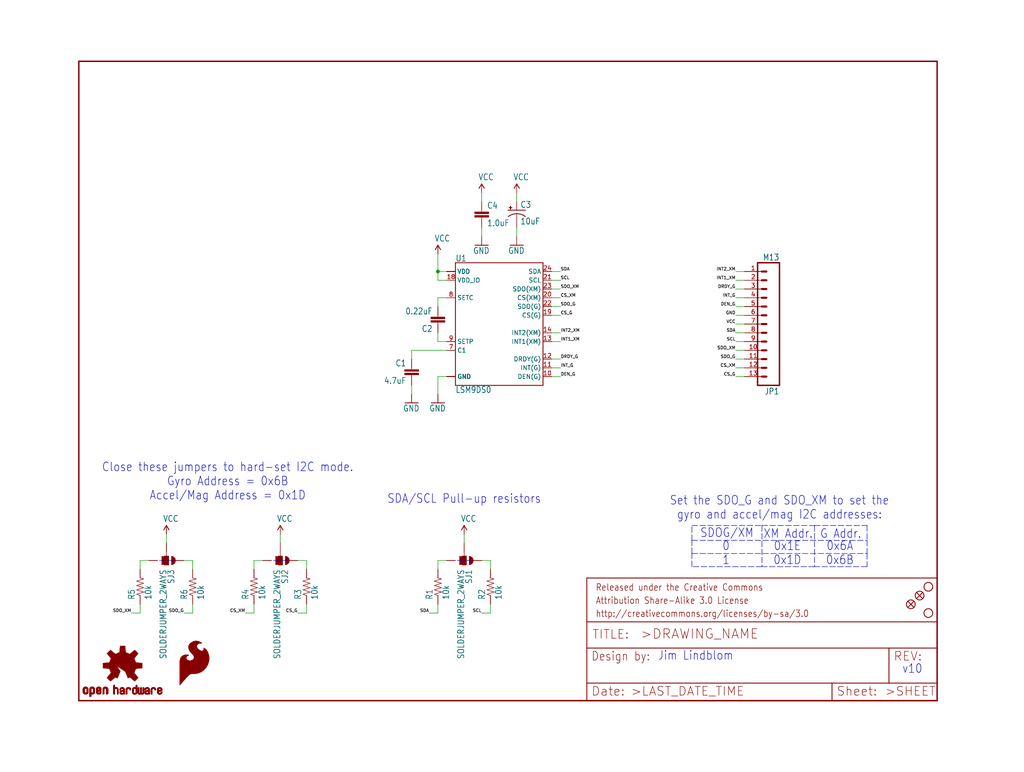
<source format=kicad_sch>
(kicad_sch (version 20211123) (generator eeschema)
  (paper "User" 297.002 223.926)
  (lib_symbols
    (symbol "eagleSchem-eagle-import:0.22UF-25V-10%(0603)"
      (property "Reference" "C" (at 1.524 2.921 0))
      (property "Value" "0.22UF-25V-10%(0603)" (at 1.524 -2.159 0))
      (symbol "0.22UF-25V-10%(0603)_1_0"
        (pin passive line (at 0 5.08 270) (length 2.54) (name "1") (number "1"))
        (pin passive line (at 0 -2.54 90) (length 2.54) (name "2") (number "2"))
      )
    )
    (symbol "eagleSchem-eagle-import:1.0UF-16V-10%(0603)"
      (property "Reference" "C" (at 1.524 2.921 0))
      (property "Value" "1.0UF-16V-10%(0603)" (at 1.524 -2.159 0))
      (symbol "1.0UF-16V-10%(0603)_1_0"
        (pin passive line (at 0 5.08 270) (length 2.54) (name "1") (number "1"))
        (pin passive line (at 0 -2.54 90) (length 2.54) (name "2") (number "2"))
      )
    )
    (symbol "eagleSchem-eagle-import:10K-1%RES-00824"
      (property "Reference" "R" (at -3.81 1.4986 0))
      (property "Value" "10K-1%RES-00824" (at -3.81 -3.302 0))
      (symbol "10K-1%RES-00824_1_0"
        (pin passive line (at -5.08 0 0) (length 2.54) (name "1") (number "1"))
        (pin passive line (at 5.08 0 180) (length 2.54) (name "2") (number "2"))
      )
    )
    (symbol "eagleSchem-eagle-import:10UF-16V-10%(TANT)"
      (property "Reference" "C" (at 1.016 0.635 0))
      (property "Value" "10UF-16V-10%(TANT)" (at 1.016 -4.191 0))
      (symbol "10UF-16V-10%(TANT)_1_0"
        (pin passive line (at 0 2.54 270) (length 2.54) (name "+") (number "A"))
        (pin passive line (at 0 -5.08 90) (length 2.54) (name "-") (number "C"))
      )
    )
    (symbol "eagleSchem-eagle-import:4.7UF-6.3V-10%(0603)0603"
      (property "Reference" "C" (at 1.524 2.921 0))
      (property "Value" "4.7UF-6.3V-10%(0603)0603" (at 1.524 -2.159 0))
      (symbol "4.7UF-6.3V-10%(0603)0603_1_0"
        (pin passive line (at 0 5.08 270) (length 2.54) (name "1") (number "1"))
        (pin passive line (at 0 -2.54 90) (length 2.54) (name "2") (number "2"))
      )
    )
    (symbol "eagleSchem-eagle-import:FIDUCIALUFIDUCIAL")
    (symbol "eagleSchem-eagle-import:FRAME-LETTER"
      (symbol "FRAME-LETTER_2_0"
        (text ">DRAWING_NAME" (at 15.494 17.78 0) (effects (font (size 2.7432 2.7432)) (justify left bottom)))
        (text ">LAST_DATE_TIME" (at 12.7 1.27 0) (effects (font (size 2.54 2.54)) (justify left bottom)))
        (text ">SHEET" (at 86.36 1.27 0) (effects (font (size 2.54 2.54)) (justify left bottom)))
        (text "Attribution Share-Alike 3.0 License" (at 2.54 27.94 0) (effects (font (size 1.9304 1.6408)) (justify left bottom)))
        (text "Date:" (at 1.27 1.27 0) (effects (font (size 2.54 2.54)) (justify left bottom)))
        (text "Design by:" (at 1.27 11.43 0) (effects (font (size 2.54 2.159)) (justify left bottom)))
        (text "http://creativecommons.org/licenses/by-sa/3.0" (at 2.54 24.13 0) (effects (font (size 1.9304 1.6408)) (justify left bottom)))
        (text "Released under the Creative Commons" (at 2.54 31.75 0) (effects (font (size 1.9304 1.6408)) (justify left bottom)))
        (text "REV:" (at 88.9 11.43 0) (effects (font (size 2.54 2.54)) (justify left bottom)))
        (text "Sheet:" (at 72.39 1.27 0) (effects (font (size 2.54 2.54)) (justify left bottom)))
        (text "TITLE:" (at 1.524 17.78 0) (effects (font (size 2.54 2.54)) (justify left bottom)))
      )
    )
    (symbol "eagleSchem-eagle-import:GND" (power)
      (property "Value" "GND" (at -2.54 -2.54 0))
      (symbol "GND_1_0"
        (pin power_in line (at 0 2.54 270) (length 2.54) (name "GND") (number "1"))
      )
    )
    (symbol "eagleSchem-eagle-import:LSM9DS0"
      (property "Reference" "U" (at -12.7 19.05 0))
      (property "Value" "LSM9DS0" (at -12.7 -19.05 0))
      (symbol "LSM9DS0_1_0"
        (pin bidirectional line (at 15.24 -15.24 180) (length 2.54) (name "DEN(G)") (number "10"))
        (pin bidirectional line (at 15.24 -12.7 180) (length 2.54) (name "INT(G)") (number "11"))
        (pin bidirectional line (at 15.24 -10.16 180) (length 2.54) (name "DRDY(G)") (number "12"))
        (pin bidirectional line (at 15.24 -5.08 180) (length 2.54) (name "INT1(XM)") (number "13"))
        (pin bidirectional line (at 15.24 -2.54 180) (length 2.54) (name "INT2(XM)") (number "14"))
        (pin bidirectional line (at -15.24 15.24 0) (length 2.54) (name "VDD") (number "15"))
        (pin bidirectional line (at -15.24 15.24 0) (length 2.54) (name "VDD") (number "16"))
        (pin bidirectional line (at -15.24 15.24 0) (length 2.54) (name "VDD") (number "17"))
        (pin bidirectional line (at -15.24 12.7 0) (length 2.54) (name "VDD_IO") (number "18"))
        (pin bidirectional line (at 15.24 2.54 180) (length 2.54) (name "CS(G)") (number "19"))
        (pin bidirectional line (at -15.24 -15.24 0) (length 2.54) (name "GND") (number "2"))
        (pin bidirectional line (at 15.24 7.62 180) (length 2.54) (name "CS(XM)") (number "20"))
        (pin bidirectional line (at 15.24 12.7 180) (length 2.54) (name "SCL") (number "21"))
        (pin bidirectional line (at 15.24 5.08 180) (length 2.54) (name "SDO(G)") (number "22"))
        (pin bidirectional line (at 15.24 10.16 180) (length 2.54) (name "SDO(XM)") (number "23"))
        (pin bidirectional line (at 15.24 15.24 180) (length 2.54) (name "SDA") (number "24"))
        (pin bidirectional line (at -15.24 -15.24 0) (length 2.54) (name "GND") (number "3"))
        (pin bidirectional line (at -15.24 -15.24 0) (length 2.54) (name "GND") (number "4"))
        (pin bidirectional line (at -15.24 -15.24 0) (length 2.54) (name "GND") (number "5"))
        (pin bidirectional line (at -15.24 -15.24 0) (length 2.54) (name "GND") (number "6"))
        (pin bidirectional line (at -15.24 -7.62 0) (length 2.54) (name "C1") (number "7"))
        (pin bidirectional line (at -15.24 7.62 0) (length 2.54) (name "SETC") (number "8"))
        (pin bidirectional line (at -15.24 -5.08 0) (length 2.54) (name "SETP") (number "9"))
      )
    )
    (symbol "eagleSchem-eagle-import:M13"
      (property "Reference" "JP" (at 0 18.542 0))
      (property "Value" "M13" (at 0 -20.32 0))
      (symbol "M13_1_0"
        (pin passive line (at 10.16 -15.24 180) (length 5.08) (name "1") (number "1"))
        (pin passive line (at 10.16 7.62 180) (length 5.08) (name "10") (number "10"))
        (pin passive line (at 10.16 10.16 180) (length 5.08) (name "11") (number "11"))
        (pin passive line (at 10.16 12.7 180) (length 5.08) (name "12") (number "12"))
        (pin passive line (at 10.16 15.24 180) (length 5.08) (name "13") (number "13"))
        (pin passive line (at 10.16 -12.7 180) (length 5.08) (name "2") (number "2"))
        (pin passive line (at 10.16 -10.16 180) (length 5.08) (name "3") (number "3"))
        (pin passive line (at 10.16 -7.62 180) (length 5.08) (name "4") (number "4"))
        (pin passive line (at 10.16 -5.08 180) (length 5.08) (name "5") (number "5"))
        (pin passive line (at 10.16 -2.54 180) (length 5.08) (name "6") (number "6"))
        (pin passive line (at 10.16 0 180) (length 5.08) (name "7") (number "7"))
        (pin passive line (at 10.16 2.54 180) (length 5.08) (name "8") (number "8"))
        (pin passive line (at 10.16 5.08 180) (length 5.08) (name "9") (number "9"))
      )
    )
    (symbol "eagleSchem-eagle-import:OSHW-LOGOS")
    (symbol "eagleSchem-eagle-import:SFE_LOGO_FLAME.1_INCH")
    (symbol "eagleSchem-eagle-import:SOLDERJUMPER_2WAYS"
      (property "Reference" "SJ" (at 2.54 0.381 0))
      (property "Value" "SOLDERJUMPER_2WAYS" (at 2.54 -1.905 0))
      (symbol "SOLDERJUMPER_2WAYS_1_0"
        (pin passive line (at 0 5.08 270) (length 2.54) (name "1") (number "1"))
        (pin passive line (at -5.08 0 0) (length 2.54) (name "2") (number "2"))
        (pin passive line (at 0 -5.08 90) (length 2.54) (name "3") (number "3"))
      )
    )
    (symbol "eagleSchem-eagle-import:STAND-OFF")
    (symbol "eagleSchem-eagle-import:VCC" (power)
      (property "Value" "VCC" (at -1.016 3.556 0))
      (symbol "VCC_1_0"
        (pin power_in line (at 0 0 90) (length 2.54) (name "VCC") (number "1"))
      )
    )
  )
  (junction (at 127 78.74))
  (wire (pts (xy 129.54 78.74) (xy 127 78.74)))
  (wire (pts (xy 81.28 154.94) (xy 81.28 157.48)))
  (wire (pts (xy 134.62 157.48) (xy 134.62 154.94)))
  (wire (pts (xy 127 109.22) (xy 127 114.3)))
  (wire (pts (xy 149.86 55.88) (xy 149.86 58.42)))
  (wire (pts (xy 215.9 109.22) (xy 213.36 109.22)))
  (wire (pts (xy 127 86.36) (xy 127 88.9)))
  (wire (pts (xy 215.9 101.6) (xy 213.36 101.6)))
  (wire (pts (xy 73.66 177.8) (xy 71.12 177.8)))
  (wire (pts (xy 53.34 162.56) (xy 55.88 162.56)))
  (wire (pts (xy 160.02 109.22) (xy 162.56 109.22)))
  (wire (pts (xy 160.02 83.82) (xy 162.56 83.82)))
  (wire (pts (xy 40.64 175.26) (xy 40.64 177.8)))
  (wire (pts (xy 160.02 88.9) (xy 162.56 88.9)))
  (polyline (pts (xy 200.66 156.718) (xy 200.66 152.4)))
  (wire (pts (xy 215.9 81.28) (xy 213.36 81.28)))
  (wire (pts (xy 142.24 162.56) (xy 142.24 165.1)))
  (polyline (pts (xy 236.22 152.4) (xy 251.46 152.4)))
  (wire (pts (xy 215.9 83.82) (xy 213.36 83.82)))
  (wire (pts (xy 73.66 175.26) (xy 73.66 177.8)))
  (polyline (pts (xy 236.22 152.4) (xy 236.22 164.338)))
  (wire (pts (xy 40.64 177.8) (xy 38.1 177.8)))
  (wire (pts (xy 160.02 104.14) (xy 162.56 104.14)))
  (polyline (pts (xy 132.588 162.56) (xy 136.652 162.56)))
  (wire (pts (xy 215.9 91.44) (xy 213.36 91.44)))
  (wire (pts (xy 160.02 86.36) (xy 162.56 86.36)))
  (wire (pts (xy 215.9 96.52) (xy 213.36 96.52)))
  (polyline (pts (xy 200.66 156.718) (xy 251.46 156.718)))
  (wire (pts (xy 40.64 162.56) (xy 43.18 162.56)))
  (polyline (pts (xy 200.66 160.528) (xy 251.46 160.528)))
  (wire (pts (xy 215.9 106.68) (xy 213.36 106.68)))
  (polyline (pts (xy 251.46 156.718) (xy 251.46 160.528)))
  (polyline (pts (xy 251.46 152.4) (xy 251.46 156.718)))
  (wire (pts (xy 127 99.06) (xy 127 96.52)))
  (wire (pts (xy 127 78.74) (xy 127 73.66)))
  (wire (pts (xy 119.38 101.6) (xy 119.38 104.14)))
  (wire (pts (xy 127 165.1) (xy 127 162.56)))
  (wire (pts (xy 139.7 55.88) (xy 139.7 58.42)))
  (wire (pts (xy 124.46 177.8) (xy 127 177.8)))
  (wire (pts (xy 76.2 162.56) (xy 73.66 162.56)))
  (wire (pts (xy 88.9 177.8) (xy 86.36 177.8)))
  (wire (pts (xy 127 81.28) (xy 127 78.74)))
  (wire (pts (xy 139.7 162.56) (xy 142.24 162.56)))
  (wire (pts (xy 160.02 96.52) (xy 162.56 96.52)))
  (wire (pts (xy 86.36 162.56) (xy 88.9 162.56)))
  (wire (pts (xy 129.54 86.36) (xy 127 86.36)))
  (wire (pts (xy 88.9 175.26) (xy 88.9 177.8)))
  (wire (pts (xy 215.9 93.98) (xy 213.36 93.98)))
  (polyline (pts (xy 46.228 162.56) (xy 50.292 162.56)))
  (wire (pts (xy 139.7 177.8) (xy 142.24 177.8)))
  (polyline (pts (xy 200.66 152.4) (xy 220.98 152.4)))
  (wire (pts (xy 55.88 175.26) (xy 55.88 177.8)))
  (wire (pts (xy 48.26 154.94) (xy 48.26 157.48)))
  (wire (pts (xy 129.54 101.6) (xy 119.38 101.6)))
  (wire (pts (xy 40.64 165.1) (xy 40.64 162.56)))
  (wire (pts (xy 55.88 162.56) (xy 55.88 165.1)))
  (wire (pts (xy 88.9 162.56) (xy 88.9 165.1)))
  (wire (pts (xy 215.9 88.9) (xy 213.36 88.9)))
  (wire (pts (xy 55.88 177.8) (xy 53.34 177.8)))
  (wire (pts (xy 215.9 78.74) (xy 213.36 78.74)))
  (wire (pts (xy 119.38 111.76) (xy 119.38 114.3)))
  (polyline (pts (xy 200.66 160.528) (xy 200.66 156.718)))
  (wire (pts (xy 73.66 162.56) (xy 73.66 165.1)))
  (polyline (pts (xy 251.46 164.338) (xy 236.22 164.338)))
  (wire (pts (xy 129.54 81.28) (xy 127 81.28)))
  (polyline (pts (xy 200.66 164.338) (xy 200.66 160.528)))
  (wire (pts (xy 149.86 68.58) (xy 149.86 66.04)))
  (wire (pts (xy 142.24 177.8) (xy 142.24 175.26)))
  (wire (pts (xy 127 162.56) (xy 129.54 162.56)))
  (wire (pts (xy 215.9 86.36) (xy 213.36 86.36)))
  (wire (pts (xy 215.9 104.14) (xy 213.36 104.14)))
  (wire (pts (xy 160.02 91.44) (xy 162.56 91.44)))
  (wire (pts (xy 139.7 68.58) (xy 139.7 66.04)))
  (polyline (pts (xy 220.98 164.338) (xy 200.66 164.338)))
  (polyline (pts (xy 79.248 162.56) (xy 83.312 162.56)))
  (wire (pts (xy 129.54 99.06) (xy 127 99.06)))
  (polyline (pts (xy 220.98 152.4) (xy 236.22 152.4)))
  (wire (pts (xy 129.54 109.22) (xy 127 109.22)))
  (wire (pts (xy 160.02 99.06) (xy 162.56 99.06)))
  (wire (pts (xy 215.9 99.06) (xy 213.36 99.06)))
  (wire (pts (xy 160.02 81.28) (xy 162.56 81.28)))
  (polyline (pts (xy 251.46 160.528) (xy 251.46 164.338)))
  (polyline (pts (xy 220.98 152.4) (xy 220.98 164.338)))
  (polyline (pts (xy 236.22 164.338) (xy 220.98 164.338)))
  (wire (pts (xy 160.02 106.68) (xy 162.56 106.68)))
  (wire (pts (xy 160.02 78.74) (xy 162.56 78.74)))
  (wire (pts (xy 127 177.8) (xy 127 175.26)))
  (text "G Addr." (at 243.84 154.94 180) (effects (font (size 2.54 2.159))))
  (text "0x1E\n0x1D" (at 228.346 160.528 180) (effects (font (size 2.54 2.159))))
  (text "XM Addr." (at 228.6 154.94 180) (effects (font (size 2.54 2.159))))
  (text "v10" (at 261.62 195.58 180) (effects (font (size 2.54 2.159)) (justify left bottom)))
  (text "SDA/SCL Pull-up resistors" (at 134.62 144.78 180) (effects (font (size 2.54 2.159))))
  (text "0x6A\n0x6B" (at 243.586 160.528 180) (effects (font (size 2.54 2.159))))
  (text "0\n1" (at 210.566 160.528 180) (effects (font (size 2.54 2.159))))
  (text "Close these jumpers to hard-set I2C mode.\nGyro Address = 0x6B\nAccel/Mag Address = 0x1D" (at 66.04 139.7 0) (effects (font (size 2.54 2.159))))
  (text "Jim Lindblom" (at 190.754 191.77 180) (effects (font (size 2.54 2.159)) (justify left bottom)))
  (text "SDOG/XM" (at 210.82 154.686 180) (effects (font (size 2.54 2.159))))
  (text "Set the SDO_G and SDO_XM to set the\ngyro and accel/mag I2C addresses:" (at 226.06 147.32 0) (effects (font (size 2.54 2.159))))
  (label "DEN_G" (at 213.36 88.9 180) (effects (font (size 0.889 0.889))))
  (label "INT_G" (at 213.36 86.36 180) (effects (font (size 0.889 0.889))))
  (label "SDA" (at 213.36 96.52 180) (effects (font (size 0.889 0.889))))
  (label "CS_XM" (at 71.12 177.8 180) (effects (font (size 0.889 0.889))))
  (label "DRDY_G" (at 213.36 83.82 180) (effects (font (size 0.889 0.889))))
  (label "INT_G" (at 162.56 106.68 0) (effects (font (size 0.889 0.889))))
  (label "SDO_G" (at 162.56 88.9 0) (effects (font (size 0.889 0.889))))
  (label "GND" (at 213.36 91.44 180) (effects (font (size 0.889 0.889))))
  (label "SCL" (at 139.7 177.8 180) (effects (font (size 0.889 0.889))))
  (label "DEN_G" (at 162.56 109.22 0) (effects (font (size 0.889 0.889))))
  (label "CS_G" (at 86.36 177.8 180) (effects (font (size 0.889 0.889))))
  (label "SCL" (at 213.36 99.06 180) (effects (font (size 0.889 0.889))))
  (label "SDO_XM" (at 38.1 177.8 180) (effects (font (size 0.889 0.889))))
  (label "CS_G" (at 162.56 91.44 0) (effects (font (size 0.889 0.889))))
  (label "SDA" (at 124.46 177.8 180) (effects (font (size 0.889 0.889))))
  (label "INT2_XM" (at 162.56 96.52 0) (effects (font (size 0.889 0.889))))
  (label "SDA" (at 162.56 78.74 0) (effects (font (size 0.889 0.889))))
  (label "CS_G" (at 213.36 109.22 180) (effects (font (size 0.889 0.889))))
  (label "INT1_XM" (at 213.36 81.28 180) (effects (font (size 0.889 0.889))))
  (label "DRDY_G" (at 162.56 104.14 0) (effects (font (size 0.889 0.889))))
  (label "SCL" (at 162.56 81.28 0) (effects (font (size 0.889 0.889))))
  (label "CS_XM" (at 213.36 106.68 180) (effects (font (size 0.889 0.889))))
  (label "INT1_XM" (at 162.56 99.06 0) (effects (font (size 0.889 0.889))))
  (label "SDO_XM" (at 162.56 83.82 0) (effects (font (size 0.889 0.889))))
  (label "INT2_XM" (at 213.36 78.74 180) (effects (font (size 0.889 0.889))))
  (label "SDO_G" (at 53.34 177.8 180) (effects (font (size 0.889 0.889))))
  (label "SDO_XM" (at 213.36 101.6 180) (effects (font (size 0.889 0.889))))
  (label "VCC" (at 213.36 93.98 180) (effects (font (size 0.889 0.889))))
  (label "CS_XM" (at 162.56 86.36 0) (effects (font (size 0.889 0.889))))
  (label "SDO_G" (at 213.36 104.14 180) (effects (font (size 0.889 0.889))))
  (symbol (lib_id "eagleSchem-eagle-import:VCC") (at 48.26 154.94 0) (unit 1)
    (property "Reference" "#SUPPLY6" (effects hide))
    (property "Value" "VCC" (at 47.244 151.384 0) (effects (font (size 1.778 1.5113)) (justify left bottom)))
    (property "Footprint" "eagleSchem:" (effects hide))
  )
  (symbol (lib_id "eagleSchem-eagle-import:10K-1%RES-00824") (at 88.9 170.18 90) (unit 1)
    (property "Reference" "R3" (at 87.4014 173.99 0) (effects (font (size 1.778 1.5113)) (justify left bottom)))
    (property "Value" "10k" (at 92.202 173.99 0) (effects (font (size 1.778 1.5113)) (justify left bottom)))
    (property "Footprint" "eagleSchem:0603-RES" (effects hide))
  )
  (symbol (lib_id "eagleSchem-eagle-import:1.0UF-16V-10%(0603)") (at 139.7 63.5 0) (unit 1)
    (property "Reference" "C4" (at 141.224 60.579 0) (effects (font (size 1.778 1.5113)) (justify left bottom)))
    (property "Value" "1.0uF" (at 141.224 65.659 0) (effects (font (size 1.778 1.5113)) (justify left bottom)))
    (property "Footprint" "eagleSchem:0603-CAP" (effects hide))
  )
  (symbol (lib_id "eagleSchem-eagle-import:SFE_LOGO_FLAME.1_INCH") (at 51.816 199.136 0) (unit 1)
    (property "Reference" "LOGO2" (effects hide))
    (property "Value" "SFE_LOGO_FLAME.1_INCH" (effects hide))
    (property "Footprint" "eagleSchem:SFE_LOGO_FLAME_.1" (effects hide))
  )
  (symbol (lib_id "eagleSchem-eagle-import:SOLDERJUMPER_2WAYS") (at 48.26 162.56 270) (unit 1)
    (property "Reference" "SJ3" (at 48.641 165.1 0) (effects (font (size 1.778 1.5113)) (justify left bottom)))
    (property "Value" "SOLDERJUMPER_2WAYS" (at 46.355 165.1 0) (effects (font (size 1.778 1.5113)) (justify left bottom)))
    (property "Footprint" "eagleSchem:SJ_3" (effects hide))
  )
  (symbol (lib_id "eagleSchem-eagle-import:FRAME-LETTER") (at 22.86 203.2 0) (unit 1)
    (property "Reference" "FRAME1" (effects hide))
    (property "Value" "FRAME-LETTER" (effects hide))
    (property "Footprint" "eagleSchem:CREATIVE_COMMONS" (effects hide))
  )
  (symbol (lib_id "eagleSchem-eagle-import:FRAME-LETTER") (at 170.18 203.2 0) (unit 2)
    (property "Reference" "FRAME1" (effects hide))
    (property "Value" "FRAME-LETTER" (effects hide))
    (property "Footprint" "eagleSchem:CREATIVE_COMMONS" (effects hide))
  )
  (symbol (lib_id "eagleSchem-eagle-import:10UF-16V-10%(TANT)") (at 149.86 60.96 0) (unit 1)
    (property "Reference" "C3" (at 150.876 60.325 0) (effects (font (size 1.778 1.5113)) (justify left bottom)))
    (property "Value" "10uF" (at 150.876 65.151 0) (effects (font (size 1.778 1.5113)) (justify left bottom)))
    (property "Footprint" "eagleSchem:EIA3216" (effects hide))
  )
  (symbol (lib_id "eagleSchem-eagle-import:10K-1%RES-00824") (at 73.66 170.18 90) (unit 1)
    (property "Reference" "R4" (at 72.1614 173.99 0) (effects (font (size 1.778 1.5113)) (justify left bottom)))
    (property "Value" "10k" (at 76.962 173.99 0) (effects (font (size 1.778 1.5113)) (justify left bottom)))
    (property "Footprint" "eagleSchem:0603-RES" (effects hide))
  )
  (symbol (lib_id "eagleSchem-eagle-import:FIDUCIALUFIDUCIAL") (at 266.7 172.72 0) (unit 1)
    (property "Reference" "FID1" (effects hide))
    (property "Value" "FIDUCIALUFIDUCIAL" (effects hide))
    (property "Footprint" "eagleSchem:MICRO-FIDUCIAL" (effects hide))
  )
  (symbol (lib_id "eagleSchem-eagle-import:STAND-OFF") (at 269.24 170.18 0) (unit 1)
    (property "Reference" "STANDOFF1" (effects hide))
    (property "Value" "STAND-OFF" (effects hide))
    (property "Footprint" "eagleSchem:STAND-OFF" (effects hide))
  )
  (symbol (lib_id "eagleSchem-eagle-import:OSHW-LOGOS") (at 35.56 193.04 0) (unit 1)
    (property "Reference" "LOGO1" (effects hide))
    (property "Value" "OSHW-LOGOS" (effects hide))
    (property "Footprint" "eagleSchem:OSHW-LOGO-S" (effects hide))
  )
  (symbol (lib_id "eagleSchem-eagle-import:GND") (at 127 116.84 0) (unit 1)
    (property "Reference" "#GND1" (effects hide))
    (property "Value" "GND" (at 124.46 119.38 0) (effects (font (size 1.778 1.5113)) (justify left bottom)))
    (property "Footprint" "eagleSchem:" (effects hide))
  )
  (symbol (lib_id "eagleSchem-eagle-import:10K-1%RES-00824") (at 40.64 170.18 90) (unit 1)
    (property "Reference" "R5" (at 39.1414 173.99 0) (effects (font (size 1.778 1.5113)) (justify left bottom)))
    (property "Value" "10k" (at 43.942 173.99 0) (effects (font (size 1.778 1.5113)) (justify left bottom)))
    (property "Footprint" "eagleSchem:0603-RES" (effects hide))
  )
  (symbol (lib_id "eagleSchem-eagle-import:GND") (at 149.86 71.12 0) (unit 1)
    (property "Reference" "#GND4" (effects hide))
    (property "Value" "GND" (at 147.32 73.66 0) (effects (font (size 1.778 1.5113)) (justify left bottom)))
    (property "Footprint" "eagleSchem:" (effects hide))
  )
  (symbol (lib_id "eagleSchem-eagle-import:VCC") (at 149.86 55.88 0) (unit 1)
    (property "Reference" "#SUPPLY3" (effects hide))
    (property "Value" "VCC" (at 148.844 52.324 0) (effects (font (size 1.778 1.5113)) (justify left bottom)))
    (property "Footprint" "eagleSchem:" (effects hide))
  )
  (symbol (lib_id "eagleSchem-eagle-import:10K-1%RES-00824") (at 55.88 170.18 90) (unit 1)
    (property "Reference" "R6" (at 54.3814 173.99 0) (effects (font (size 1.778 1.5113)) (justify left bottom)))
    (property "Value" "10k" (at 59.182 173.99 0) (effects (font (size 1.778 1.5113)) (justify left bottom)))
    (property "Footprint" "eagleSchem:0603-RES" (effects hide))
  )
  (symbol (lib_id "eagleSchem-eagle-import:LSM9DS0") (at 144.78 93.98 0) (unit 1)
    (property "Reference" "U1" (at 132.08 74.93 0) (effects (font (size 1.778 1.5113)) (justify left)))
    (property "Value" "LSM9DS0" (at 132.08 113.03 0) (effects (font (size 1.778 1.5113)) (justify left)))
    (property "Footprint" "eagleSchem:LGA-24" (effects hide))
  )
  (symbol (lib_id "eagleSchem-eagle-import:SOLDERJUMPER_2WAYS") (at 81.28 162.56 270) (unit 1)
    (property "Reference" "SJ2" (at 81.661 165.1 0) (effects (font (size 1.778 1.5113)) (justify left bottom)))
    (property "Value" "SOLDERJUMPER_2WAYS" (at 79.375 165.1 0) (effects (font (size 1.778 1.5113)) (justify left bottom)))
    (property "Footprint" "eagleSchem:SJ_3" (effects hide))
  )
  (symbol (lib_id "eagleSchem-eagle-import:0.22UF-25V-10%(0603)") (at 127 91.44 180) (unit 1)
    (property "Reference" "C2" (at 125.476 94.361 0) (effects (font (size 1.778 1.5113)) (justify left bottom)))
    (property "Value" "0.22uF" (at 125.476 89.281 0) (effects (font (size 1.778 1.5113)) (justify left bottom)))
    (property "Footprint" "eagleSchem:0603-CAP" (effects hide))
  )
  (symbol (lib_id "eagleSchem-eagle-import:FIDUCIALUFIDUCIAL") (at 264.16 175.26 0) (unit 1)
    (property "Reference" "FID2" (effects hide))
    (property "Value" "FIDUCIALUFIDUCIAL" (effects hide))
    (property "Footprint" "eagleSchem:MICRO-FIDUCIAL" (effects hide))
  )
  (symbol (lib_id "eagleSchem-eagle-import:4.7UF-6.3V-10%(0603)0603") (at 119.38 109.22 0) (mirror y) (unit 1)
    (property "Reference" "C1" (at 117.856 106.299 0) (effects (font (size 1.778 1.5113)) (justify left bottom)))
    (property "Value" "4.7uF" (at 117.856 111.379 0) (effects (font (size 1.778 1.5113)) (justify left bottom)))
    (property "Footprint" "eagleSchem:0603-CAP" (effects hide))
  )
  (symbol (lib_id "eagleSchem-eagle-import:VCC") (at 134.62 154.94 0) (unit 1)
    (property "Reference" "#SUPPLY4" (effects hide))
    (property "Value" "VCC" (at 133.604 151.384 0) (effects (font (size 1.778 1.5113)) (justify left bottom)))
    (property "Footprint" "eagleSchem:" (effects hide))
  )
  (symbol (lib_id "eagleSchem-eagle-import:STAND-OFF") (at 269.24 177.8 0) (unit 1)
    (property "Reference" "STANDOFF2" (effects hide))
    (property "Value" "STAND-OFF" (effects hide))
    (property "Footprint" "eagleSchem:STAND-OFF" (effects hide))
  )
  (symbol (lib_id "eagleSchem-eagle-import:GND") (at 119.38 116.84 0) (unit 1)
    (property "Reference" "#GND2" (effects hide))
    (property "Value" "GND" (at 116.84 119.38 0) (effects (font (size 1.778 1.5113)) (justify left bottom)))
    (property "Footprint" "eagleSchem:" (effects hide))
  )
  (symbol (lib_id "eagleSchem-eagle-import:GND") (at 139.7 71.12 0) (unit 1)
    (property "Reference" "#GND3" (effects hide))
    (property "Value" "GND" (at 137.16 73.66 0) (effects (font (size 1.778 1.5113)) (justify left bottom)))
    (property "Footprint" "eagleSchem:" (effects hide))
  )
  (symbol (lib_id "eagleSchem-eagle-import:10K-1%RES-00824") (at 142.24 170.18 90) (unit 1)
    (property "Reference" "R2" (at 140.7414 173.99 0) (effects (font (size 1.778 1.5113)) (justify left bottom)))
    (property "Value" "10k" (at 145.542 173.99 0) (effects (font (size 1.778 1.5113)) (justify left bottom)))
    (property "Footprint" "eagleSchem:0603-RES" (effects hide))
  )
  (symbol (lib_id "eagleSchem-eagle-import:M13") (at 226.06 93.98 180) (unit 1)
    (property "Reference" "JP1" (at 226.06 112.522 0) (effects (font (size 1.778 1.5113)) (justify left bottom)))
    (property "Value" "M13" (at 226.06 73.66 0) (effects (font (size 1.778 1.5113)) (justify left bottom)))
    (property "Footprint" "eagleSchem:1X13" (effects hide))
  )
  (symbol (lib_id "eagleSchem-eagle-import:10K-1%RES-00824") (at 127 170.18 90) (unit 1)
    (property "Reference" "R1" (at 125.5014 173.99 0) (effects (font (size 1.778 1.5113)) (justify left bottom)))
    (property "Value" "10k" (at 130.302 173.99 0) (effects (font (size 1.778 1.5113)) (justify left bottom)))
    (property "Footprint" "eagleSchem:0603-RES" (effects hide))
  )
  (symbol (lib_id "eagleSchem-eagle-import:VCC") (at 139.7 55.88 0) (unit 1)
    (property "Reference" "#SUPPLY2" (effects hide))
    (property "Value" "VCC" (at 138.684 52.324 0) (effects (font (size 1.778 1.5113)) (justify left bottom)))
    (property "Footprint" "eagleSchem:" (effects hide))
  )
  (symbol (lib_id "eagleSchem-eagle-import:SFE_LOGO_FLAME.1_INCH") (at 51.816 199.136 0) (unit 1)
    (property "Reference" "LOGO3" (effects hide))
    (property "Value" "SFE_LOGO_FLAME.1_INCH" (effects hide))
    (property "Footprint" "eagleSchem:SFE_LOGO_FLAME_.1" (effects hide))
  )
  (symbol (lib_id "eagleSchem-eagle-import:SOLDERJUMPER_2WAYS") (at 134.62 162.56 270) (unit 1)
    (property "Reference" "SJ1" (at 135.001 165.1 0) (effects (font (size 1.778 1.5113)) (justify left bottom)))
    (property "Value" "SOLDERJUMPER_2WAYS" (at 132.715 165.1 0) (effects (font (size 1.778 1.5113)) (justify left bottom)))
    (property "Footprint" "eagleSchem:SJ_3" (effects hide))
  )
  (symbol (lib_id "eagleSchem-eagle-import:VCC") (at 127 73.66 0) (unit 1)
    (property "Reference" "#SUPPLY1" (effects hide))
    (property "Value" "VCC" (at 125.984 70.104 0) (effects (font (size 1.778 1.5113)) (justify left bottom)))
    (property "Footprint" "eagleSchem:" (effects hide))
  )
  (symbol (lib_id "eagleSchem-eagle-import:VCC") (at 81.28 154.94 0) (unit 1)
    (property "Reference" "#SUPPLY5" (effects hide))
    (property "Value" "VCC" (at 80.264 151.384 0) (effects (font (size 1.778 1.5113)) (justify left bottom)))
    (property "Footprint" "eagleSchem:" (effects hide))
  )
)
</source>
